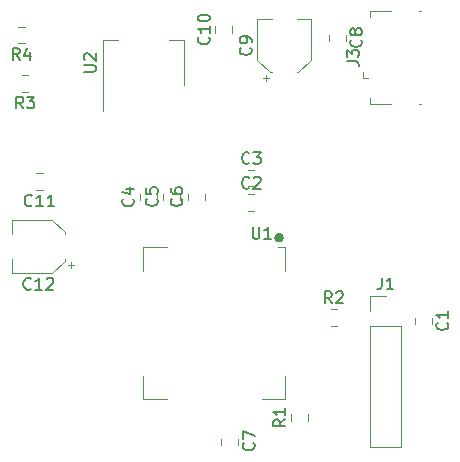
<source format=gbr>
G04 #@! TF.GenerationSoftware,KiCad,Pcbnew,(5.1.5)-3*
G04 #@! TF.CreationDate,2020-02-03T12:38:55+01:00*
G04 #@! TF.ProjectId,Lab_1,4c61625f-312e-46b6-9963-61645f706362,rev?*
G04 #@! TF.SameCoordinates,Original*
G04 #@! TF.FileFunction,Legend,Top*
G04 #@! TF.FilePolarity,Positive*
%FSLAX46Y46*%
G04 Gerber Fmt 4.6, Leading zero omitted, Abs format (unit mm)*
G04 Created by KiCad (PCBNEW (5.1.5)-3) date 2020-02-03 12:38:55*
%MOMM*%
%LPD*%
G04 APERTURE LIST*
%ADD10C,0.120000*%
%ADD11C,0.400000*%
%ADD12C,0.150000*%
G04 APERTURE END LIST*
D10*
X461900000Y-5250000D02*
X459900000Y-5250000D01*
X459900000Y-5250000D02*
X459900000Y-7250000D01*
X461900000Y-18150000D02*
X459900000Y-18150000D01*
X459900000Y-16150000D02*
X459900000Y-18150000D01*
X471900000Y-5250000D02*
X471300000Y-5250000D01*
X471900000Y-5250000D02*
X471900000Y-7250000D01*
X471900000Y-16150000D02*
X471900000Y-18150000D01*
X471900000Y-18150000D02*
X469900000Y-18150000D01*
D11*
X471580000Y-4460000D02*
G75*
G03X471580000Y-4460000I-200000J0D01*
G01*
D10*
X479070000Y-22190000D02*
X481730000Y-22190000D01*
X479070000Y-11970000D02*
X479070000Y-22190000D01*
X481730000Y-11970000D02*
X481730000Y-22190000D01*
X479070000Y-11970000D02*
X481730000Y-11970000D01*
X479070000Y-10700000D02*
X479070000Y-9370000D01*
X479070000Y-9370000D02*
X480400000Y-9370000D01*
X482890000Y-11213748D02*
X482890000Y-11736252D01*
X484310000Y-11213748D02*
X484310000Y-11736252D01*
X468763748Y-790000D02*
X469286252Y-790000D01*
X468763748Y-2210000D02*
X469286252Y-2210000D01*
X468763748Y-110000D02*
X469286252Y-110000D01*
X468763748Y1310000D02*
X469286252Y1310000D01*
X459590000Y-1261252D02*
X459590000Y-738748D01*
X461010000Y-1261252D02*
X461010000Y-738748D01*
X463010000Y-1236252D02*
X463010000Y-713748D01*
X461590000Y-1236252D02*
X461590000Y-713748D01*
X465110000Y-1236252D02*
X465110000Y-713748D01*
X463690000Y-1236252D02*
X463690000Y-713748D01*
X467910000Y-21463748D02*
X467910000Y-21986252D01*
X466490000Y-21463748D02*
X466490000Y-21986252D01*
X477010000Y12736252D02*
X477010000Y12213748D01*
X475590000Y12736252D02*
X475590000Y12213748D01*
X469990000Y9050000D02*
X470490000Y9050000D01*
X470240000Y8800000D02*
X470240000Y9300000D01*
X472995563Y9540000D02*
X474060000Y10604437D01*
X470604437Y9540000D02*
X469540000Y10604437D01*
X470604437Y9540000D02*
X470740000Y9540000D01*
X472995563Y9540000D02*
X472860000Y9540000D01*
X474060000Y10604437D02*
X474060000Y14060000D01*
X469540000Y10604437D02*
X469540000Y14060000D01*
X469540000Y14060000D02*
X470740000Y14060000D01*
X474060000Y14060000D02*
X472860000Y14060000D01*
X467410000Y12913748D02*
X467410000Y13436252D01*
X465990000Y12913748D02*
X465990000Y13436252D01*
X451361252Y-410000D02*
X450838748Y-410000D01*
X451361252Y1010000D02*
X450838748Y1010000D01*
X448740000Y-2940000D02*
X448740000Y-4140000D01*
X448740000Y-7460000D02*
X448740000Y-6260000D01*
X452195563Y-7460000D02*
X448740000Y-7460000D01*
X452195563Y-2940000D02*
X448740000Y-2940000D01*
X453260000Y-4004437D02*
X453260000Y-4140000D01*
X453260000Y-6395563D02*
X453260000Y-6260000D01*
X453260000Y-6395563D02*
X452195563Y-7460000D01*
X453260000Y-4004437D02*
X452195563Y-2940000D01*
X454000000Y-6760000D02*
X453500000Y-6760000D01*
X453750000Y-7010000D02*
X453750000Y-6510000D01*
X479037500Y6900000D02*
X479037500Y7350000D01*
X480887500Y6900000D02*
X479037500Y6900000D01*
X483437500Y14700000D02*
X483187500Y14700000D01*
X483437500Y6900000D02*
X483187500Y6900000D01*
X480887500Y14700000D02*
X479037500Y14700000D01*
X479037500Y14700000D02*
X479037500Y14250000D01*
X478487500Y9100000D02*
X478487500Y9550000D01*
X478487500Y9100000D02*
X478937500Y9100000D01*
X473810000Y-19936252D02*
X473810000Y-19413748D01*
X472390000Y-19936252D02*
X472390000Y-19413748D01*
X475738748Y-10490000D02*
X476261252Y-10490000D01*
X475738748Y-11910000D02*
X476261252Y-11910000D01*
X450136252Y9310000D02*
X449613748Y9310000D01*
X450136252Y7890000D02*
X449613748Y7890000D01*
X449836252Y11990000D02*
X449313748Y11990000D01*
X449836252Y13410000D02*
X449313748Y13410000D01*
X463310000Y12260000D02*
X462050000Y12260000D01*
X456490000Y12260000D02*
X457750000Y12260000D01*
X463310000Y8500000D02*
X463310000Y12260000D01*
X456490000Y6250000D02*
X456490000Y12260000D01*
D12*
X469138095Y-3542380D02*
X469138095Y-4351904D01*
X469185714Y-4447142D01*
X469233333Y-4494761D01*
X469328571Y-4542380D01*
X469519047Y-4542380D01*
X469614285Y-4494761D01*
X469661904Y-4447142D01*
X469709523Y-4351904D01*
X469709523Y-3542380D01*
X470709523Y-4542380D02*
X470138095Y-4542380D01*
X470423809Y-4542380D02*
X470423809Y-3542380D01*
X470328571Y-3685238D01*
X470233333Y-3780476D01*
X470138095Y-3828095D01*
X480066666Y-7822380D02*
X480066666Y-8536666D01*
X480019047Y-8679523D01*
X479923809Y-8774761D01*
X479780952Y-8822380D01*
X479685714Y-8822380D01*
X481066666Y-8822380D02*
X480495238Y-8822380D01*
X480780952Y-8822380D02*
X480780952Y-7822380D01*
X480685714Y-7965238D01*
X480590476Y-8060476D01*
X480495238Y-8108095D01*
X485607142Y-11641666D02*
X485654761Y-11689285D01*
X485702380Y-11832142D01*
X485702380Y-11927380D01*
X485654761Y-12070238D01*
X485559523Y-12165476D01*
X485464285Y-12213095D01*
X485273809Y-12260714D01*
X485130952Y-12260714D01*
X484940476Y-12213095D01*
X484845238Y-12165476D01*
X484750000Y-12070238D01*
X484702380Y-11927380D01*
X484702380Y-11832142D01*
X484750000Y-11689285D01*
X484797619Y-11641666D01*
X485702380Y-10689285D02*
X485702380Y-11260714D01*
X485702380Y-10975000D02*
X484702380Y-10975000D01*
X484845238Y-11070238D01*
X484940476Y-11165476D01*
X484988095Y-11260714D01*
X468858333Y-207142D02*
X468810714Y-254761D01*
X468667857Y-302380D01*
X468572619Y-302380D01*
X468429761Y-254761D01*
X468334523Y-159523D01*
X468286904Y-64285D01*
X468239285Y126190D01*
X468239285Y269047D01*
X468286904Y459523D01*
X468334523Y554761D01*
X468429761Y650000D01*
X468572619Y697619D01*
X468667857Y697619D01*
X468810714Y650000D01*
X468858333Y602380D01*
X469239285Y602380D02*
X469286904Y650000D01*
X469382142Y697619D01*
X469620238Y697619D01*
X469715476Y650000D01*
X469763095Y602380D01*
X469810714Y507142D01*
X469810714Y411904D01*
X469763095Y269047D01*
X469191666Y-302380D01*
X469810714Y-302380D01*
X468858333Y1892857D02*
X468810714Y1845238D01*
X468667857Y1797619D01*
X468572619Y1797619D01*
X468429761Y1845238D01*
X468334523Y1940476D01*
X468286904Y2035714D01*
X468239285Y2226190D01*
X468239285Y2369047D01*
X468286904Y2559523D01*
X468334523Y2654761D01*
X468429761Y2750000D01*
X468572619Y2797619D01*
X468667857Y2797619D01*
X468810714Y2750000D01*
X468858333Y2702380D01*
X469191666Y2797619D02*
X469810714Y2797619D01*
X469477380Y2416666D01*
X469620238Y2416666D01*
X469715476Y2369047D01*
X469763095Y2321428D01*
X469810714Y2226190D01*
X469810714Y1988095D01*
X469763095Y1892857D01*
X469715476Y1845238D01*
X469620238Y1797619D01*
X469334523Y1797619D01*
X469239285Y1845238D01*
X469191666Y1892857D01*
X459007142Y-1166666D02*
X459054761Y-1214285D01*
X459102380Y-1357142D01*
X459102380Y-1452380D01*
X459054761Y-1595238D01*
X458959523Y-1690476D01*
X458864285Y-1738095D01*
X458673809Y-1785714D01*
X458530952Y-1785714D01*
X458340476Y-1738095D01*
X458245238Y-1690476D01*
X458150000Y-1595238D01*
X458102380Y-1452380D01*
X458102380Y-1357142D01*
X458150000Y-1214285D01*
X458197619Y-1166666D01*
X458435714Y-309523D02*
X459102380Y-309523D01*
X458054761Y-547619D02*
X458769047Y-785714D01*
X458769047Y-166666D01*
X461007142Y-1141666D02*
X461054761Y-1189285D01*
X461102380Y-1332142D01*
X461102380Y-1427380D01*
X461054761Y-1570238D01*
X460959523Y-1665476D01*
X460864285Y-1713095D01*
X460673809Y-1760714D01*
X460530952Y-1760714D01*
X460340476Y-1713095D01*
X460245238Y-1665476D01*
X460150000Y-1570238D01*
X460102380Y-1427380D01*
X460102380Y-1332142D01*
X460150000Y-1189285D01*
X460197619Y-1141666D01*
X460102380Y-236904D02*
X460102380Y-713095D01*
X460578571Y-760714D01*
X460530952Y-713095D01*
X460483333Y-617857D01*
X460483333Y-379761D01*
X460530952Y-284523D01*
X460578571Y-236904D01*
X460673809Y-189285D01*
X460911904Y-189285D01*
X461007142Y-236904D01*
X461054761Y-284523D01*
X461102380Y-379761D01*
X461102380Y-617857D01*
X461054761Y-713095D01*
X461007142Y-760714D01*
X463107142Y-1141666D02*
X463154761Y-1189285D01*
X463202380Y-1332142D01*
X463202380Y-1427380D01*
X463154761Y-1570238D01*
X463059523Y-1665476D01*
X462964285Y-1713095D01*
X462773809Y-1760714D01*
X462630952Y-1760714D01*
X462440476Y-1713095D01*
X462345238Y-1665476D01*
X462250000Y-1570238D01*
X462202380Y-1427380D01*
X462202380Y-1332142D01*
X462250000Y-1189285D01*
X462297619Y-1141666D01*
X462202380Y-284523D02*
X462202380Y-474999D01*
X462250000Y-570238D01*
X462297619Y-617857D01*
X462440476Y-713095D01*
X462630952Y-760714D01*
X463011904Y-760714D01*
X463107142Y-713095D01*
X463154761Y-665476D01*
X463202380Y-570238D01*
X463202380Y-379761D01*
X463154761Y-284523D01*
X463107142Y-236904D01*
X463011904Y-189285D01*
X462773809Y-189285D01*
X462678571Y-236904D01*
X462630952Y-284523D01*
X462583333Y-379761D01*
X462583333Y-570238D01*
X462630952Y-665476D01*
X462678571Y-713095D01*
X462773809Y-760714D01*
X469207142Y-21816665D02*
X469254761Y-21864284D01*
X469302380Y-22007141D01*
X469302380Y-22102379D01*
X469254761Y-22245237D01*
X469159523Y-22340475D01*
X469064285Y-22388094D01*
X468873809Y-22435713D01*
X468730952Y-22435713D01*
X468540476Y-22388094D01*
X468445238Y-22340475D01*
X468350000Y-22245237D01*
X468302380Y-22102379D01*
X468302380Y-22007141D01*
X468350000Y-21864284D01*
X468397619Y-21816665D01*
X468302380Y-21483332D02*
X468302380Y-20816665D01*
X469302380Y-21245237D01*
X478307142Y12308333D02*
X478354761Y12260714D01*
X478402380Y12117857D01*
X478402380Y12022619D01*
X478354761Y11879761D01*
X478259523Y11784523D01*
X478164285Y11736904D01*
X477973809Y11689285D01*
X477830952Y11689285D01*
X477640476Y11736904D01*
X477545238Y11784523D01*
X477450000Y11879761D01*
X477402380Y12022619D01*
X477402380Y12117857D01*
X477450000Y12260714D01*
X477497619Y12308333D01*
X477830952Y12879761D02*
X477783333Y12784523D01*
X477735714Y12736904D01*
X477640476Y12689285D01*
X477592857Y12689285D01*
X477497619Y12736904D01*
X477450000Y12784523D01*
X477402380Y12879761D01*
X477402380Y13070238D01*
X477450000Y13165476D01*
X477497619Y13213095D01*
X477592857Y13260714D01*
X477640476Y13260714D01*
X477735714Y13213095D01*
X477783333Y13165476D01*
X477830952Y13070238D01*
X477830952Y12879761D01*
X477878571Y12784523D01*
X477926190Y12736904D01*
X478021428Y12689285D01*
X478211904Y12689285D01*
X478307142Y12736904D01*
X478354761Y12784523D01*
X478402380Y12879761D01*
X478402380Y13070238D01*
X478354761Y13165476D01*
X478307142Y13213095D01*
X478211904Y13260714D01*
X478021428Y13260714D01*
X477926190Y13213095D01*
X477878571Y13165476D01*
X477830952Y13070238D01*
X468957142Y11633333D02*
X469004761Y11585714D01*
X469052380Y11442857D01*
X469052380Y11347619D01*
X469004761Y11204761D01*
X468909523Y11109523D01*
X468814285Y11061904D01*
X468623809Y11014285D01*
X468480952Y11014285D01*
X468290476Y11061904D01*
X468195238Y11109523D01*
X468100000Y11204761D01*
X468052380Y11347619D01*
X468052380Y11442857D01*
X468100000Y11585714D01*
X468147619Y11633333D01*
X469052380Y12109523D02*
X469052380Y12300000D01*
X469004761Y12395238D01*
X468957142Y12442857D01*
X468814285Y12538095D01*
X468623809Y12585714D01*
X468242857Y12585714D01*
X468147619Y12538095D01*
X468100000Y12490476D01*
X468052380Y12395238D01*
X468052380Y12204761D01*
X468100000Y12109523D01*
X468147619Y12061904D01*
X468242857Y12014285D01*
X468480952Y12014285D01*
X468576190Y12061904D01*
X468623809Y12109523D01*
X468671428Y12204761D01*
X468671428Y12395238D01*
X468623809Y12490476D01*
X468576190Y12538095D01*
X468480952Y12585714D01*
X465407142Y12532142D02*
X465454761Y12484523D01*
X465502380Y12341666D01*
X465502380Y12246428D01*
X465454761Y12103571D01*
X465359523Y12008333D01*
X465264285Y11960714D01*
X465073809Y11913095D01*
X464930952Y11913095D01*
X464740476Y11960714D01*
X464645238Y12008333D01*
X464550000Y12103571D01*
X464502380Y12246428D01*
X464502380Y12341666D01*
X464550000Y12484523D01*
X464597619Y12532142D01*
X465502380Y13484523D02*
X465502380Y12913095D01*
X465502380Y13198809D02*
X464502380Y13198809D01*
X464645238Y13103571D01*
X464740476Y13008333D01*
X464788095Y12913095D01*
X464502380Y14103571D02*
X464502380Y14198809D01*
X464550000Y14294047D01*
X464597619Y14341666D01*
X464692857Y14389285D01*
X464883333Y14436904D01*
X465121428Y14436904D01*
X465311904Y14389285D01*
X465407142Y14341666D01*
X465454761Y14294047D01*
X465502380Y14198809D01*
X465502380Y14103571D01*
X465454761Y14008333D01*
X465407142Y13960714D01*
X465311904Y13913095D01*
X465121428Y13865476D01*
X464883333Y13865476D01*
X464692857Y13913095D01*
X464597619Y13960714D01*
X464550000Y14008333D01*
X464502380Y14103571D01*
X450457142Y-1707142D02*
X450409523Y-1754761D01*
X450266666Y-1802380D01*
X450171428Y-1802380D01*
X450028571Y-1754761D01*
X449933333Y-1659523D01*
X449885714Y-1564285D01*
X449838095Y-1373809D01*
X449838095Y-1230952D01*
X449885714Y-1040476D01*
X449933333Y-945238D01*
X450028571Y-850000D01*
X450171428Y-802380D01*
X450266666Y-802380D01*
X450409523Y-850000D01*
X450457142Y-897619D01*
X451409523Y-1802380D02*
X450838095Y-1802380D01*
X451123809Y-1802380D02*
X451123809Y-802380D01*
X451028571Y-945238D01*
X450933333Y-1040476D01*
X450838095Y-1088095D01*
X452361904Y-1802380D02*
X451790476Y-1802380D01*
X452076190Y-1802380D02*
X452076190Y-802380D01*
X451980952Y-945238D01*
X451885714Y-1040476D01*
X451790476Y-1088095D01*
X450357142Y-8757142D02*
X450309523Y-8804761D01*
X450166666Y-8852380D01*
X450071428Y-8852380D01*
X449928571Y-8804761D01*
X449833333Y-8709523D01*
X449785714Y-8614285D01*
X449738095Y-8423809D01*
X449738095Y-8280952D01*
X449785714Y-8090476D01*
X449833333Y-7995238D01*
X449928571Y-7900000D01*
X450071428Y-7852380D01*
X450166666Y-7852380D01*
X450309523Y-7900000D01*
X450357142Y-7947619D01*
X451309523Y-8852380D02*
X450738095Y-8852380D01*
X451023809Y-8852380D02*
X451023809Y-7852380D01*
X450928571Y-7995238D01*
X450833333Y-8090476D01*
X450738095Y-8138095D01*
X451690476Y-7947619D02*
X451738095Y-7900000D01*
X451833333Y-7852380D01*
X452071428Y-7852380D01*
X452166666Y-7900000D01*
X452214285Y-7947619D01*
X452261904Y-8042857D01*
X452261904Y-8138095D01*
X452214285Y-8280952D01*
X451642857Y-8852380D01*
X452261904Y-8852380D01*
X477139880Y10466666D02*
X477854166Y10466666D01*
X477997023Y10419047D01*
X478092261Y10323809D01*
X478139880Y10180952D01*
X478139880Y10085714D01*
X477139880Y10847619D02*
X477139880Y11466666D01*
X477520833Y11133333D01*
X477520833Y11276190D01*
X477568452Y11371428D01*
X477616071Y11419047D01*
X477711309Y11466666D01*
X477949404Y11466666D01*
X478044642Y11419047D01*
X478092261Y11371428D01*
X478139880Y11276190D01*
X478139880Y10990476D01*
X478092261Y10895238D01*
X478044642Y10847619D01*
X471902380Y-19841666D02*
X471426190Y-20175000D01*
X471902380Y-20413095D02*
X470902380Y-20413095D01*
X470902380Y-20032142D01*
X470950000Y-19936904D01*
X470997619Y-19889285D01*
X471092857Y-19841666D01*
X471235714Y-19841666D01*
X471330952Y-19889285D01*
X471378571Y-19936904D01*
X471426190Y-20032142D01*
X471426190Y-20413095D01*
X471902380Y-18889285D02*
X471902380Y-19460714D01*
X471902380Y-19175000D02*
X470902380Y-19175000D01*
X471045238Y-19270238D01*
X471140476Y-19365476D01*
X471188095Y-19460714D01*
X475833333Y-10002380D02*
X475500000Y-9526190D01*
X475261904Y-10002380D02*
X475261904Y-9002380D01*
X475642857Y-9002380D01*
X475738095Y-9050000D01*
X475785714Y-9097619D01*
X475833333Y-9192857D01*
X475833333Y-9335714D01*
X475785714Y-9430952D01*
X475738095Y-9478571D01*
X475642857Y-9526190D01*
X475261904Y-9526190D01*
X476214285Y-9097619D02*
X476261904Y-9050000D01*
X476357142Y-9002380D01*
X476595238Y-9002380D01*
X476690476Y-9050000D01*
X476738095Y-9097619D01*
X476785714Y-9192857D01*
X476785714Y-9288095D01*
X476738095Y-9430952D01*
X476166666Y-10002380D01*
X476785714Y-10002380D01*
X449708333Y6497619D02*
X449375000Y6973809D01*
X449136904Y6497619D02*
X449136904Y7497619D01*
X449517857Y7497619D01*
X449613095Y7450000D01*
X449660714Y7402380D01*
X449708333Y7307142D01*
X449708333Y7164285D01*
X449660714Y7069047D01*
X449613095Y7021428D01*
X449517857Y6973809D01*
X449136904Y6973809D01*
X450041666Y7497619D02*
X450660714Y7497619D01*
X450327380Y7116666D01*
X450470238Y7116666D01*
X450565476Y7069047D01*
X450613095Y7021428D01*
X450660714Y6926190D01*
X450660714Y6688095D01*
X450613095Y6592857D01*
X450565476Y6545238D01*
X450470238Y6497619D01*
X450184523Y6497619D01*
X450089285Y6545238D01*
X450041666Y6592857D01*
X449408333Y10597619D02*
X449075000Y11073809D01*
X448836904Y10597619D02*
X448836904Y11597619D01*
X449217857Y11597619D01*
X449313095Y11550000D01*
X449360714Y11502380D01*
X449408333Y11407142D01*
X449408333Y11264285D01*
X449360714Y11169047D01*
X449313095Y11121428D01*
X449217857Y11073809D01*
X448836904Y11073809D01*
X450265476Y11264285D02*
X450265476Y10597619D01*
X450027380Y11645238D02*
X449789285Y10930952D01*
X450408333Y10930952D01*
X454852380Y9588095D02*
X455661904Y9588095D01*
X455757142Y9635714D01*
X455804761Y9683333D01*
X455852380Y9778571D01*
X455852380Y9969047D01*
X455804761Y10064285D01*
X455757142Y10111904D01*
X455661904Y10159523D01*
X454852380Y10159523D01*
X454947619Y10588095D02*
X454900000Y10635714D01*
X454852380Y10730952D01*
X454852380Y10969047D01*
X454900000Y11064285D01*
X454947619Y11111904D01*
X455042857Y11159523D01*
X455138095Y11159523D01*
X455280952Y11111904D01*
X455852380Y10540476D01*
X455852380Y11159523D01*
M02*

</source>
